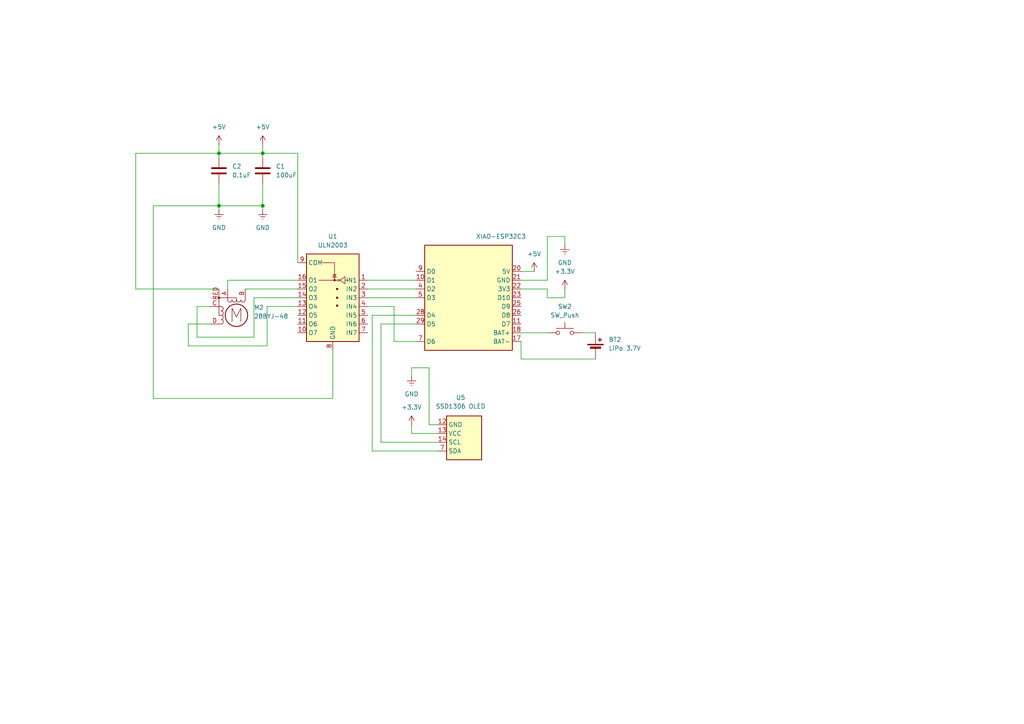
<source format=kicad_sch>
(kicad_sch (version 20250114) (generator "eeschema") (generator_version "9.0")
  (paper "A4")
  (lib_symbols
    (symbol "ADXL343_2"
      (property "Reference" "U5" (at 0.254 11.176 0))
      (property "Value" "SSD1306 OLED" (at 0.254 8.636 0))
      (symbol "ADXL343_2_0_1"
        (rectangle (start -20.32 5.08) (end -10.16 -7.62) (stroke (width 0.254)) (fill (type background)))
      )
      (symbol "ADXL343_2_1_1"
        (pin power_in line (at -7.62 2.54 180) (length 2.54) (name "GND") (number "12"))
        (pin power_in line (at -7.62 0 180) (length 2.54) (name "VCC") (number "13"))
        (pin input line (at -7.62 -2.54 180) (length 2.54) (name "SCL") (number "14"))
        (pin bidirectional line (at -7.62 -5.08 180) (length 2.54) (name "SDA") (number "7"))
        (pin no_connect line (at -5.08 -7.62 90) (length 2.54) (hide yes) (name "NC") (number "10"))
        (pin passive line (at 0 -10.16 90) (length 2.54) (hide yes) (name "GND") (number "4"))
        (pin passive line (at 0 -10.16 90) (length 2.54) (hide yes) (name "GND") (number "5"))
      )
    )
    (symbol "Device:Battery_Cell" (pin_numbers (hide yes)) (pin_names (offset 0) (hide yes))
      (property "Reference" "BT" (at 2.54 2.54 0))
      (property "Value" "Battery_Cell" (at 2.54 0 0))
      (symbol "Battery_Cell_0_1"
        (rectangle (start -2.286 1.778) (end 2.286 1.524) (fill (type outline)))
        (rectangle (start -1.524 1.016) (end 1.524 0.508) (fill (type outline)))
        (polyline (pts (xy 0 1.778) (xy 0 2.54)))
        (polyline (pts (xy 0 0.762) (xy 0 0)))
        (polyline (pts (xy 0.762 3.048) (xy 1.778 3.048)) (stroke (width 0.254)))
        (polyline (pts (xy 1.27 3.556) (xy 1.27 2.54)) (stroke (width 0.254)))
      )
      (symbol "Battery_Cell_1_1"
        (pin passive line (at 0 5.08 270) (length 2.54) (name "+") (number "1"))
        (pin passive line (at 0 -2.54 90) (length 2.54) (name "-") (number "2"))
      )
    )
    (symbol "Device:C" (pin_numbers (hide yes)) (pin_names (offset 0.254))
      (property "Reference" "C" (at 0.635 2.54 0))
      (property "Value" "C" (at 0.635 -2.54 0))
      (symbol "C_0_1"
        (polyline (pts (xy -2.032 0.762) (xy 2.032 0.762)) (stroke (width 0.508)))
        (polyline (pts (xy -2.032 -0.762) (xy 2.032 -0.762)) (stroke (width 0.508)))
      )
      (symbol "C_1_1"
        (pin passive line (at 0 3.81 270) (length 2.794) (name "~") (number "1"))
        (pin passive line (at 0 -3.81 90) (length 2.794) (name "~") (number "2"))
      )
    )
    (symbol "Motor:Stepper_Motor_unipolar_5pin" (pin_names (offset 0) (hide yes))
      (property "Reference" "M2" (at 5.08 2.248 0))
      (property "Value" "28BYJ-48" (at 5.08 -0.292 0))
      (symbol "Stepper_Motor_unipolar_5pin_0_0"
        (polyline (pts (xy -1.27 -1.778) (xy -1.27 2.032) (xy 0 -0.508) (xy 1.27 2.032) (xy 1.27 -1.778)))
      )
      (symbol "Stepper_Motor_unipolar_5pin_0_1"
        (circle (center -5.08 5.08) (radius 0.0001) (fill (type outline)))
        (circle (center -5.08 5.08) (radius 0.254) (fill (type outline)))
        (polyline (pts (xy -5.08 5.08) (xy -5.08 0) (xy -4.445 0)))
        (polyline (pts (xy -5.08 2.54) (xy -4.445 2.54)))
        (polyline (pts (xy -5.08 -2.54) (xy -4.445 -2.54)))
        (arc (start -4.445 2.54) (mid -3.8127 1.905) (end -4.445 1.27))
        (arc (start -4.445 1.27) (mid -3.8127 0.635) (end -4.445 0))
        (arc (start -4.445 0) (mid -3.8127 -0.635) (end -4.445 -1.27))
        (arc (start -4.445 -1.27) (mid -3.8127 -1.905) (end -4.445 -2.54))
        (polyline (pts (xy -2.54 4.445) (xy -2.54 5.08)))
        (arc (start -1.27 4.445) (mid -1.905 3.8127) (end -2.54 4.445))
        (arc (start 0 4.445) (mid -0.635 3.8127) (end -1.27 4.445))
        (polyline (pts (xy 0 4.445) (xy 0 5.08) (xy -5.08 5.08)))
        (circle (center 0 0) (radius 3.2512) (stroke (width 0.254)))
        (arc (start 1.27 4.445) (mid 0.635 3.8127) (end 0 4.445))
        (arc (start 2.54 4.445) (mid 1.905 3.8127) (end 1.27 4.445))
        (polyline (pts (xy 2.54 4.445) (xy 2.54 5.08)))
      )
      (symbol "Stepper_Motor_unipolar_5pin_1_1"
        (pin passive line (at -7.62 2.54 0) (length 2.54) (name "~") (number "C"))
        (pin passive line (at -7.62 -2.54 0) (length 2.54) (name "~") (number "D"))
        (pin passive line (at -5.08 7.62 270) (length 2.54) (name "~") (number "RED"))
        (pin passive line (at -2.54 7.62 270) (length 2.54) (name "~") (number "A"))
        (pin passive line (at 2.54 7.62 270) (length 2.54) (name "-") (number "B"))
      )
    )
    (symbol "RF_Module:ESP32-C3-DevKitM-1"
      (property "Value" "XIAO-ESP32C3" (at 2.1433 17.78 0))
      (symbol "ESP32-C3-DevKitM-1_1_1"
        (rectangle (start -12.7 15.24) (end 12.7 -15.24) (stroke (width 0.254)) (fill (type background)))
        (pin bidirectional line (at -15.24 7.62 0) (length 2.54) (name "D0") (number "9"))
        (pin bidirectional line (at -15.24 5.08 0) (length 2.54) (name "D1") (number "10"))
        (pin bidirectional line (at -15.24 2.54 0) (length 2.54) (name "D2") (number "4"))
        (pin bidirectional line (at -15.24 0 0) (length 2.54) (name "D3") (number "5"))
        (pin input line (at -15.24 -5.08 0) (length 2.54) (name "D4") (number "28"))
        (pin output line (at -15.24 -7.62 0) (length 2.54) (name "D5") (number "29"))
        (pin input line (at -15.24 -12.7 0) (length 2.54) (name "D6") (number "7"))
        (pin passive line (at 0 17.78 270) (length 2.54) (hide yes) (name "5V") (number "13"))
        (pin passive line (at 0 17.78 270) (length 2.54) (hide yes) (name "5V") (number "14"))
        (pin power_in line (at 0 -17.78 90) (length 2.54) (hide yes) (name "GND") (number "1"))
        (pin passive line (at 0 -17.78 90) (length 2.54) (hide yes) (name "GND") (number "12"))
        (pin passive line (at 0 -17.78 90) (length 2.54) (hide yes) (name "GND") (number "15"))
        (pin passive line (at 0 -17.78 90) (length 2.54) (hide yes) (name "GND") (number "16"))
        (pin passive line (at 0 -17.78 90) (length 2.54) (hide yes) (name "GND") (number "19"))
        (pin passive line (at 0 -17.78 90) (length 2.54) (hide yes) (name "GND") (number "24"))
        (pin passive line (at 0 -17.78 90) (length 2.54) (hide yes) (name "GND") (number "27"))
        (pin passive line (at 0 -17.78 90) (length 2.54) (hide yes) (name "GND") (number "30"))
        (pin passive line (at 0 -17.78 90) (length 2.54) (hide yes) (name "GND") (number "6"))
        (pin passive line (at 0 -17.78 90) (length 2.54) (hide yes) (name "GND") (number "8"))
        (pin power_out line (at 15.24 12.7 180) (length 2.54) (hide yes) (name "3V3") (number "2"))
        (pin passive line (at 15.24 12.7 180) (length 2.54) (hide yes) (name "3V3") (number "3"))
        (pin bidirectional line (at 15.24 7.62 180) (length 2.54) (name "5V") (number "20"))
        (pin bidirectional line (at 15.24 5.08 180) (length 2.54) (name "GND") (number "21"))
        (pin bidirectional line (at 15.24 2.54 180) (length 2.54) (name "3V3") (number "22"))
        (pin bidirectional line (at 15.24 0 180) (length 2.54) (name "D10") (number "23"))
        (pin bidirectional line (at 15.24 -2.54 180) (length 2.54) (name "D9") (number "25"))
        (pin bidirectional line (at 15.24 -5.08 180) (length 2.54) (name "D8") (number "26"))
        (pin bidirectional line (at 15.24 -7.62 180) (length 2.54) (name "D7") (number "11"))
        (pin bidirectional line (at 15.24 -10.16 180) (length 2.54) (name "BAT+") (number "18"))
        (pin bidirectional line (at 15.24 -12.7 180) (length 2.54) (name "BAT-") (number "17"))
      )
    )
    (symbol "Switch:SW_Push" (pin_numbers (hide yes)) (pin_names (offset 1.016) (hide yes))
      (property "Reference" "SW" (at 1.27 2.54 0))
      (property "Value" "SW_Push" (at 0 -1.524 0))
      (symbol "SW_Push_0_1"
        (circle (center -2.032 0) (radius 0.508))
        (polyline (pts (xy 0 1.27) (xy 0 3.048)))
        (circle (center 2.032 0) (radius 0.508))
        (polyline (pts (xy 2.54 1.27) (xy -2.54 1.27)))
        (pin passive line (at -5.08 0 0) (length 2.54) (name "1") (number "1"))
        (pin passive line (at 5.08 0 180) (length 2.54) (name "2") (number "2"))
      )
    )
    (symbol "Transistor_Array:ULN2003"
      (property "Reference" "U1" (at 0 17.78 0))
      (property "Value" "ULN2003" (at 0 15.24 0))
      (symbol "ULN2003_0_1"
        (rectangle (start -7.62 -12.7) (end 7.62 12.7) (stroke (width 0.254)) (fill (type background)))
        (polyline (pts (xy -4.572 5.08) (xy -3.556 5.08)))
        (polyline (pts (xy -3.556 6.096) (xy -3.556 4.064) (xy -2.032 5.08) (xy -3.556 6.096)))
        (circle (center -1.778 5.08) (radius 0.254))
        (polyline (pts (xy -1.524 5.08) (xy 4.064 5.08)))
        (circle (center -1.27 2.54) (radius 0.254) (fill (type outline)))
        (circle (center -1.27 0) (radius 0.254) (fill (type outline)))
        (circle (center -1.27 -2.286) (radius 0.254) (fill (type outline)))
        (circle (center -0.508 5.08) (radius 0.254) (fill (type outline)))
        (polyline (pts (xy -0.508 5.08) (xy -0.508 10.16) (xy 2.921 10.16)))
        (polyline (pts (xy 0 6.731) (xy -1.016 6.731)))
        (polyline (pts (xy 0 5.969) (xy -1.016 5.969) (xy -0.508 6.731) (xy 0 5.969)))
      )
      (symbol "ULN2003_1_1"
        (pin input line (at -10.16 5.08 0) (length 2.54) (name "IN1") (number "1"))
        (pin input line (at -10.16 2.54 0) (length 2.54) (name "IN2") (number "2"))
        (pin input line (at -10.16 0 0) (length 2.54) (name "IN3") (number "3"))
        (pin input line (at -10.16 -2.54 0) (length 2.54) (name "IN4") (number "4"))
        (pin input line (at -10.16 -5.08 0) (length 2.54) (name "IN5") (number "5"))
        (pin input line (at -10.16 -7.62 0) (length 2.54) (name "IN6") (number "6"))
        (pin input line (at -10.16 -10.16 0) (length 2.54) (name "IN7") (number "7"))
        (pin power_in line (at 0 -15.24 90) (length 2.54) (name "GND") (number "8"))
        (pin passive line (at 10.16 10.16 180) (length 2.54) (name "COM") (number "9"))
        (pin open_collector line (at 10.16 5.08 180) (length 2.54) (name "O1") (number "16"))
        (pin open_collector line (at 10.16 2.54 180) (length 2.54) (name "O2") (number "15"))
        (pin open_collector line (at 10.16 0 180) (length 2.54) (name "O3") (number "14"))
        (pin open_collector line (at 10.16 -2.54 180) (length 2.54) (name "O4") (number "13"))
        (pin open_collector line (at 10.16 -5.08 180) (length 2.54) (name "O5") (number "12"))
        (pin open_collector line (at 10.16 -7.62 180) (length 2.54) (name "O6") (number "11"))
        (pin open_collector line (at 10.16 -10.16 180) (length 2.54) (name "O7") (number "10"))
      )
    )
    (symbol "power:+3.3V" (power) (pin_numbers (hide yes)) (pin_names (offset 0) (hide yes))
      (property "Value" "+3.3V" (at 0 3.556 0))
      (symbol "+3.3V_0_1"
        (polyline (pts (xy -0.762 1.27) (xy 0 2.54)))
        (polyline (pts (xy 0 2.54) (xy 0.762 1.27)))
        (polyline (pts (xy 0 0) (xy 0 2.54)))
      )
      (symbol "+3.3V_1_1"
        (pin power_in line (at 0 0 90) (length 0) (name "~") (number "1"))
      )
    )
    (symbol "power:+5V" (power) (pin_numbers (hide yes)) (pin_names (offset 0) (hide yes))
      (property "Value" "+5V" (at 0 3.556 0))
      (symbol "+5V_0_1"
        (polyline (pts (xy -0.762 1.27) (xy 0 2.54)))
        (polyline (pts (xy 0 2.54) (xy 0.762 1.27)))
        (polyline (pts (xy 0 0) (xy 0 2.54)))
      )
      (symbol "+5V_1_1"
        (pin power_in line (at 0 0 90) (length 0) (name "~") (number "1"))
      )
    )
    (symbol "power:GNDREF" (power) (pin_numbers (hide yes)) (pin_names (offset 0) (hide yes))
      (property "Value" "GNDREF" (at 0 -3.81 0))
      (symbol "GNDREF_0_1"
        (polyline (pts (xy -0.635 -1.905) (xy 0.635 -1.905)))
        (polyline (pts (xy -0.127 -2.54) (xy 0.127 -2.54)))
        (polyline (pts (xy 0 -1.27) (xy 0 0)))
        (polyline (pts (xy 1.27 -1.27) (xy -1.27 -1.27)))
      )
      (symbol "GNDREF_1_1"
        (pin power_in line (at 0 0 270) (length 0) (name "~") (number "1"))
      )
    )
  )
  (junction (at 63.5 44.45))
  (junction (at 76.2 44.45))
  (junction (at 63.5 59.69))
  (junction (at 76.2 59.69))
  (wire (pts (xy 151.13 78.74) (xy 154.94 78.74)))
  (wire (pts (xy 107.95 91.44) (xy 107.95 130.81)))
  (wire (pts (xy 77.47 88.9) (xy 77.47 100.33)))
  (wire (pts (xy 114.3 99.06) (xy 120.65 99.06)))
  (wire (pts (xy 124.46 123.19) (xy 124.46 106.68)))
  (wire (pts (xy 151.13 104.14) (xy 172.72 104.14)))
  (wire (pts (xy 63.5 59.69) (xy 63.5 60.96)))
  (wire (pts (xy 86.36 86.36) (xy 73.66 86.36)))
  (wire (pts (xy 39.37 83.82) (xy 63.5 83.82)))
  (wire (pts (xy 54.61 100.33) (xy 54.61 93.98)))
  (wire (pts (xy 163.83 83.82) (xy 163.83 86.36)))
  (wire (pts (xy 106.68 83.82) (xy 120.65 83.82)))
  (wire (pts (xy 57.15 97.79) (xy 57.15 88.9)))
  (wire (pts (xy 66.04 81.28) (xy 66.04 83.82)))
  (wire (pts (xy 86.36 44.45) (xy 86.36 76.2)))
  (wire (pts (xy 63.5 44.45) (xy 63.5 45.72)))
  (wire (pts (xy 114.3 88.9) (xy 114.3 99.06)))
  (wire (pts (xy 106.68 86.36) (xy 120.65 86.36)))
  (wire (pts (xy 73.66 86.36) (xy 73.66 97.79)))
  (wire (pts (xy 119.38 123.19) (xy 119.38 125.73)))
  (wire (pts (xy 127 123.19) (xy 124.46 123.19)))
  (wire (pts (xy 119.38 106.68) (xy 119.38 109.22)))
  (wire (pts (xy 110.49 93.98) (xy 110.49 128.27)))
  (wire (pts (xy 127 125.73) (xy 119.38 125.73)))
  (wire (pts (xy 110.49 128.27) (xy 127 128.27)))
  (wire (pts (xy 54.61 93.98) (xy 60.96 93.98)))
  (wire (pts (xy 151.13 81.28) (xy 158.75 81.28)))
  (wire (pts (xy 63.5 53.34) (xy 63.5 59.69)))
  (wire (pts (xy 76.2 44.45) (xy 76.2 45.72)))
  (wire (pts (xy 39.37 44.45) (xy 39.37 83.82)))
  (wire (pts (xy 63.5 41.91) (xy 63.5 44.45)))
  (wire (pts (xy 71.12 83.82) (xy 86.36 83.82)))
  (wire (pts (xy 106.68 88.9) (xy 114.3 88.9)))
  (wire (pts (xy 73.66 97.79) (xy 57.15 97.79)))
  (wire (pts (xy 151.13 83.82) (xy 158.75 83.82)))
  (wire (pts (xy 120.65 93.98) (xy 110.49 93.98)))
  (wire (pts (xy 158.75 83.82) (xy 158.75 86.36)))
  (wire (pts (xy 124.46 106.68) (xy 119.38 106.68)))
  (wire (pts (xy 158.75 68.58) (xy 163.83 68.58)))
  (wire (pts (xy 96.52 101.6) (xy 96.52 115.57)))
  (wire (pts (xy 63.5 59.69) (xy 76.2 59.69)))
  (wire (pts (xy 120.65 91.44) (xy 107.95 91.44)))
  (wire (pts (xy 158.75 86.36) (xy 163.83 86.36)))
  (wire (pts (xy 96.52 115.57) (xy 44.45 115.57)))
  (wire (pts (xy 107.95 130.81) (xy 127 130.81)))
  (wire (pts (xy 76.2 53.34) (xy 76.2 59.69)))
  (wire (pts (xy 163.83 68.58) (xy 163.83 71.12)))
  (wire (pts (xy 151.13 99.06) (xy 151.13 104.14)))
  (wire (pts (xy 44.45 115.57) (xy 44.45 59.69)))
  (wire (pts (xy 86.36 88.9) (xy 77.47 88.9)))
  (wire (pts (xy 77.47 100.33) (xy 54.61 100.33)))
  (wire (pts (xy 158.75 81.28) (xy 158.75 68.58)))
  (wire (pts (xy 44.45 59.69) (xy 63.5 59.69)))
  (wire (pts (xy 106.68 81.28) (xy 120.65 81.28)))
  (wire (pts (xy 76.2 59.69) (xy 76.2 60.96)))
  (wire (pts (xy 57.15 88.9) (xy 60.96 88.9)))
  (wire (pts (xy 86.36 81.28) (xy 66.04 81.28)))
  (wire (pts (xy 151.13 96.52) (xy 158.75 96.52)))
  (wire (pts (xy 76.2 44.45) (xy 86.36 44.45)))
  (wire (pts (xy 63.5 44.45) (xy 76.2 44.45)))
  (wire (pts (xy 76.2 41.91) (xy 76.2 44.45)))
  (wire (pts (xy 39.37 44.45) (xy 63.5 44.45)))
  (wire (pts (xy 168.91 96.52) (xy 172.72 96.52)))
  (symbol (lib_id "power:+5V") (at 63.5 41.91 0) (unit 1)
    (property "Reference" "#PWR02" (effects (hide yes)))
    (property "Value" "+5V" (at 63.5 36.83 0))
    (property "Description" "Power symbol creates a global label with name \"+5V\"" (effects (hide yes)))
  )
  (symbol (lib_id "Device:C") (at 76.2 49.53 0) (unit 1)
    (property "Reference" "C1" (at 80.01 48.2599 0) (effects (justify left)))
    (property "Value" "100uF" (at 80.01 50.7999 0) (effects (justify left)))
    (property "Description" "Unpolarized capacitor" (effects (hide yes)))
  )
  (symbol (lib_id "Device:C") (at 63.5 49.53 0) (unit 1)
    (property "Reference" "C2" (at 67.31 48.2599 0) (effects (justify left)))
    (property "Value" "0.1uF" (at 67.31 50.7999 0) (effects (justify left)))
    (property "Description" "Unpolarized capacitor" (effects (hide yes)))
  )
  (symbol (lib_id "power:GNDREF") (at 119.38 109.22 0) (unit 1)
    (property "Reference" "#PWR06" (effects (hide yes)))
    (property "Value" "GND" (at 119.38 114.3 0))
    (property "Description" "Power symbol creates a global label with name \"GNDREF\" , reference supply ground" (effects (hide yes)))
  )
  (symbol (lib_id "power:+3.3V") (at 163.83 83.82 0) (unit 1)
    (property "Reference" "#PWR04" (effects (hide yes)))
    (property "Value" "+3.3V" (at 163.83 78.74 0))
    (property "Description" "Power symbol creates a global label with name \"+3.3V\"" (effects (hide yes)))
  )
  (symbol (lib_name "ADXL343_2") (lib_id "Sensor_Motion:ADXL343") (at 119.38 125.73 0) (mirror y) (unit 1)
    (property "Reference" "U5" (at 133.604 115.316 0))
    (property "Value" "SSD1306 OLED" (at 133.604 117.856 0))
    (property "Footprint" "Package_LGA:LGA-14_3x5mm_P0.8mm_LayoutBorder1x6y" (effects (hide yes)))
    (property "Datasheet" "https://www.analog.com/media/en/technical-documentation/data-sheets/ADXL343.pdf" (effects (hide yes)))
    (property "Description" "3-Axis MEMS Accelerometer, 2/4/8/16g range, I2C/SPI, LGA-14" (effects (hide yes)))
  )
  (symbol (lib_id "power:GNDREF") (at 63.5 60.96 0) (unit 1)
    (property "Reference" "#PWR08" (effects (hide yes)))
    (property "Value" "GND" (at 63.5 66.04 0))
    (property "Description" "Power symbol creates a global label with name \"GNDREF\" , reference supply ground" (effects (hide yes)))
  )
  (symbol (lib_id "RF_Module:ESP32-C3-DevKitM-1") (at 135.89 86.36 0) (unit 1)
    (property "Reference" "U6" (effects (hide yes)))
    (property "Value" "XIAO-ESP32C3" (at 138.0333 68.58 0) (effects (justify left)))
    (property "Footprint" "RF_Module:ESP32-C3-DevKitM-1" (effects (hide yes)))
    (property "Datasheet" "https://docs.espressif.com/projects/esp-idf/en/latest/esp32c3/hw-reference/esp32c3/user-guide-devkitm-1.html" (effects (hide yes)))
    (property "Description" "Development board featuring ESP32-C3-MINI-1 module" (effects (hide yes)))
  )
  (symbol (lib_id "Switch:SW_Push") (at 163.83 96.52 0) (unit 1)
    (property "Reference" "SW2" (at 163.83 88.9 0))
    (property "Value" "SW_Push" (at 163.83 91.44 0))
    (property "Description" "Push button switch, generic, two pins" (effects (hide yes)))
  )
  (symbol (lib_id "Motor:Stepper_Motor_unipolar_5pin") (at 68.58 91.44 0) (unit 1)
    (property "Reference" "M2" (at 73.66 89.192 0) (effects (justify left)))
    (property "Value" "28BYJ-48" (at 73.66 91.732 0) (effects (justify left)))
    (property "Datasheet" "http://www.infineon.com/dgdl/Application-Note-TLE8110EE_driving_UniPolarStepperMotor_V1.1.pdf?fileId=db3a30431be39b97011be5d0aa0a00b0" (effects (hide yes)))
    (property "Description" "5-wire unipolar stepper motor" (effects (hide yes)))
  )
  (symbol (lib_id "power:+3.3V") (at 119.38 123.19 0) (unit 1)
    (property "Reference" "#PWR05" (effects (hide yes)))
    (property "Value" "+3.3V" (at 119.38 118.11 0))
    (property "Description" "Power symbol creates a global label with name \"+3.3V\"" (effects (hide yes)))
  )
  (symbol (lib_id "power:+5V") (at 76.2 41.91 0) (unit 1)
    (property "Reference" "#PWR07" (effects (hide yes)))
    (property "Value" "+5V" (at 76.2 36.83 0))
    (property "Description" "Power symbol creates a global label with name \"+5V\"" (effects (hide yes)))
  )
  (symbol (lib_id "Transistor_Array:ULN2003") (at 96.52 86.36 0) (mirror y) (unit 1)
    (property "Reference" "U1" (at 96.52 68.58 0))
    (property "Value" "ULN2003" (at 96.52 71.12 0))
    (property "Datasheet" "http://www.ti.com/lit/ds/symlink/uln2003a.pdf" (effects (hide yes)))
    (property "Description" "High Voltage, High Current Darlington Transistor Arrays, SOIC16/SOIC16W/DIP16/TSSOP16" (effects (hide yes)))
  )
  (symbol (lib_id "power:GNDREF") (at 163.83 71.12 0) (unit 1)
    (property "Reference" "#PWR01" (effects (hide yes)))
    (property "Value" "GND" (at 163.83 76.2 0))
    (property "Description" "Power symbol creates a global label with name \"GNDREF\" , reference supply ground" (effects (hide yes)))
  )
  (symbol (lib_id "Device:Battery_Cell") (at 172.72 101.6 0) (unit 1)
    (property "Reference" "BT2" (at 176.53 98.4884 0) (effects (justify left)))
    (property "Value" "LiPo 3.7V" (at 176.53 101.0284 0) (effects (justify left)))
    (property "Description" "Single-cell battery" (effects (hide yes)))
  )
  (symbol (lib_id "power:GNDREF") (at 76.2 60.96 0) (unit 1)
    (property "Reference" "#PWR09" (effects (hide yes)))
    (property "Value" "GND" (at 76.2 66.04 0))
    (property "Description" "Power symbol creates a global label with name \"GNDREF\" , reference supply ground" (effects (hide yes)))
  )
  (symbol (lib_id "power:+5V") (at 154.94 78.74 0) (unit 1)
    (property "Reference" "#PWR03" (effects (hide yes)))
    (property "Value" "+5V" (at 154.94 73.66 0))
    (property "Description" "Power symbol creates a global label with name \"+5V\"" (effects (hide yes)))
  )
)
</source>
